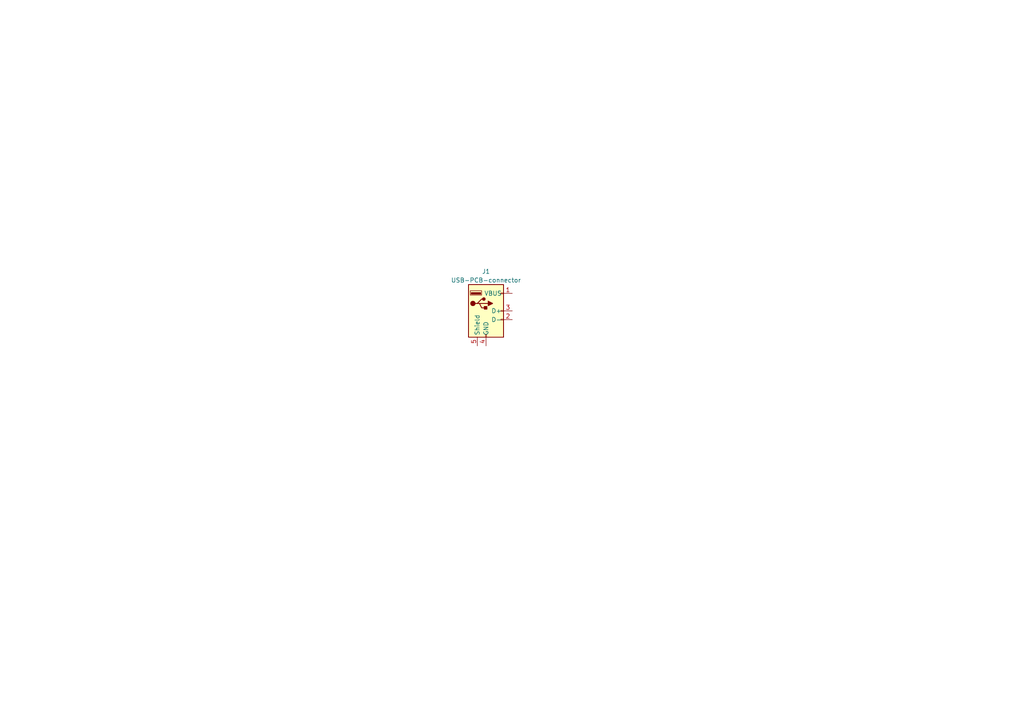
<source format=kicad_sch>
(kicad_sch (version 20230121) (generator eeschema)

  (uuid 1e881ec4-968e-4e9f-b264-9e49b2800265)

  (paper "A4")

  (lib_symbols
    (symbol "MayFly-Library:USB-PCB-connector" (in_bom yes) (on_board yes)
      (property "Reference" "J" (at 0 2.54 0)
        (effects (font (size 1.27 1.27)))
      )
      (property "Value" "USB-PCB-connector" (at 0 0 0)
        (effects (font (size 1.27 1.27)))
      )
      (property "Footprint" "MayFly-Library:USB-PCB-connector" (at 0 -2.54 0)
        (effects (font (size 1.27 1.27)) hide)
      )
      (property "Datasheet" "" (at 0 0 0)
        (effects (font (size 1.27 1.27)) hide)
      )
      (symbol "USB-PCB-connector_0_1"
        (rectangle (start -5.08 -19.05) (end 5.08 -3.81)
          (stroke (width 0.254) (type default))
          (fill (type background))
        )
        (circle (center -3.81 -9.271) (radius 0.635)
          (stroke (width 0.254) (type default))
          (fill (type outline))
        )
        (rectangle (start -1.524 -6.604) (end -4.318 -6.096)
          (stroke (width 0) (type default))
          (fill (type outline))
        )
        (rectangle (start -1.27 -6.858) (end -4.572 -5.588)
          (stroke (width 0) (type default))
          (fill (type none))
        )
        (circle (center -0.635 -8.001) (radius 0.381)
          (stroke (width 0.254) (type default))
          (fill (type outline))
        )
        (rectangle (start -0.127 -19.05) (end 0.127 -18.288)
          (stroke (width 0) (type default))
          (fill (type none))
        )
        (polyline
          (pts
            (xy -3.175 -9.271)
            (xy -2.54 -9.271)
            (xy -1.27 -8.001)
            (xy -0.635 -8.001)
          )
          (stroke (width 0.254) (type default))
          (fill (type none))
        )
        (polyline
          (pts
            (xy -2.54 -9.271)
            (xy -1.905 -9.271)
            (xy -1.27 -10.541)
            (xy 0 -10.541)
          )
          (stroke (width 0.254) (type default))
          (fill (type none))
        )
        (polyline
          (pts
            (xy 0.635 -8.636)
            (xy 0.635 -9.906)
            (xy 1.905 -9.271)
            (xy 0.635 -8.636)
          )
          (stroke (width 0.254) (type default))
          (fill (type outline))
        )
        (rectangle (start 0.254 -10.16) (end -0.508 -10.922)
          (stroke (width 0.254) (type default))
          (fill (type outline))
        )
        (rectangle (start 5.08 -14.097) (end 4.318 -13.843)
          (stroke (width 0) (type default))
          (fill (type none))
        )
        (rectangle (start 5.08 -11.557) (end 4.318 -11.303)
          (stroke (width 0) (type default))
          (fill (type none))
        )
        (rectangle (start 5.08 -6.477) (end 4.318 -6.223)
          (stroke (width 0) (type default))
          (fill (type none))
        )
      )
      (symbol "USB-PCB-connector_1_1"
        (polyline
          (pts
            (xy -1.905 -9.271)
            (xy 0.635 -9.271)
          )
          (stroke (width 0.254) (type default))
          (fill (type none))
        )
        (pin power_in line (at 7.62 -6.35 180) (length 2.54)
          (name "VBUS" (effects (font (size 1.27 1.27))))
          (number "1" (effects (font (size 1.27 1.27))))
        )
        (pin bidirectional line (at 7.62 -13.97 180) (length 2.54)
          (name "D-" (effects (font (size 1.27 1.27))))
          (number "2" (effects (font (size 1.27 1.27))))
        )
        (pin bidirectional line (at 7.62 -11.43 180) (length 2.54)
          (name "D+" (effects (font (size 1.27 1.27))))
          (number "3" (effects (font (size 1.27 1.27))))
        )
        (pin power_in line (at 0 -21.59 90) (length 2.54)
          (name "GND" (effects (font (size 1.27 1.27))))
          (number "4" (effects (font (size 1.27 1.27))))
        )
        (pin passive line (at -2.54 -21.59 90) (length 2.54)
          (name "Shield" (effects (font (size 1.27 1.27))))
          (number "5" (effects (font (size 1.27 1.27))))
        )
      )
    )
  )


  (symbol (lib_id "MayFly-Library:USB-PCB-connector") (at 140.97 78.74 0) (unit 1)
    (in_bom yes) (on_board yes) (dnp no) (fields_autoplaced)
    (uuid 88601786-78c4-4bff-a797-1c80ecd05674)
    (property "Reference" "J1" (at 140.97 78.74 0)
      (effects (font (size 1.27 1.27)))
    )
    (property "Value" "USB-PCB-connector" (at 140.97 81.28 0)
      (effects (font (size 1.27 1.27)))
    )
    (property "Footprint" "MayFly-Library:USB-PCB-connector" (at 140.97 81.28 0)
      (effects (font (size 1.27 1.27)) hide)
    )
    (property "Datasheet" "" (at 140.97 78.74 0)
      (effects (font (size 1.27 1.27)) hide)
    )
    (pin "1" (uuid 14ddd74d-aaf3-4908-a39f-80bb8ddcd6fd))
    (pin "2" (uuid 0c26c694-e94b-4852-a9ec-2b22a7a59f48))
    (pin "3" (uuid b86aef76-85aa-4864-9cca-a48b0ae98ec4))
    (pin "4" (uuid 1463f437-ac39-49d2-9f0a-5590d90681eb))
    (pin "5" (uuid 3f70f18c-a3bb-49cc-a341-940b7264533d))
    (instances
      (project "USB-PCB-connector"
        (path "/1e881ec4-968e-4e9f-b264-9e49b2800265"
          (reference "J1") (unit 1)
        )
      )
    )
  )

  (sheet_instances
    (path "/" (page "1"))
  )
)

</source>
